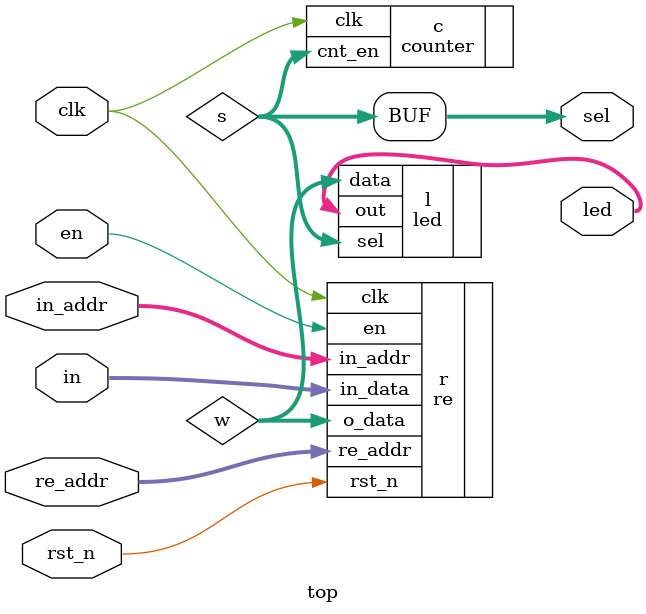
<source format=v>
`timescale 1ns / 1ps

module top(
input [3:0] in,
input en,
input rst_n,
input clk,
input [1:0] in_addr,
input [1:0] re_addr,
output reg [7:0] led,
output reg [3:0] sel
);

wire [3:0] w;
wire [3:0] s;
counter c(
.clk (clk),
.cnt_en (s)
);

re r(
.clk (clk),
.en (en),
.rst_n (rst_n),
.in_addr (in_addr),
.re_addr (re_addr),
.in_data (in),
.o_data (w)
);

led l(
.data (w),
.sel (s),
.out (led)
);
always@(*)
	sel <= s;
endmodule

</source>
